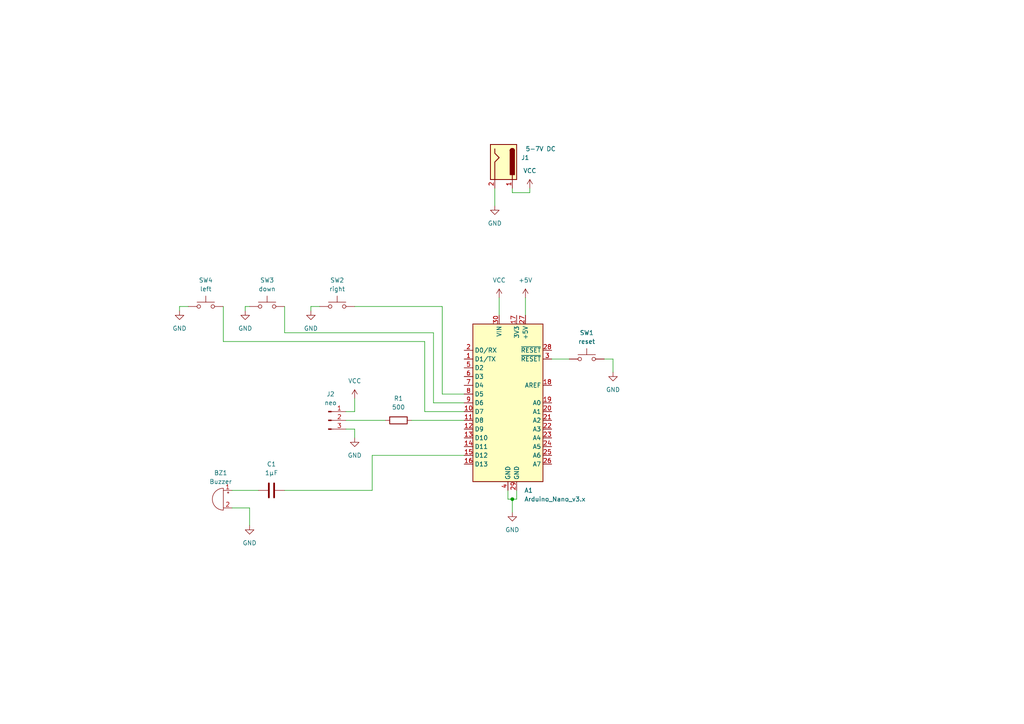
<source format=kicad_sch>
(kicad_sch (version 20230121) (generator eeschema)
  (paper "A4")
  (lib_symbols
    (symbol "Connector:Conn_01x03_Pin" (pin_names (offset 1.016) hide)
      (property "Reference" "J" (at 0 5.08 0))
      (property "Value" "Conn_01x03_Pin" (at 0 -5.08 0))
      (symbol "Conn_01x03_Pin_1_1"
        (polyline (pts (xy 1.27 -2.54) (xy 0.8636 -2.54)) (stroke (width 0.1524)))
        (polyline (pts (xy 1.27 0) (xy 0.8636 0)) (stroke (width 0.1524)))
        (polyline (pts (xy 1.27 2.54) (xy 0.8636 2.54)) (stroke (width 0.1524)))
        (rectangle (start 0.8636 -2.413) (end 0 -2.667) (stroke (width 0.1524)) (fill (type outline)))
        (rectangle (start 0.8636 0.127) (end 0 -0.127) (stroke (width 0.1524)) (fill (type outline)))
        (rectangle (start 0.8636 2.667) (end 0 2.413) (stroke (width 0.1524)) (fill (type outline)))
        (pin passive line (at 5.08 2.54 180) (length 3.81) (name "Pin_1") (number "1"))
        (pin passive line (at 5.08 0 180) (length 3.81) (name "Pin_2") (number "2"))
        (pin passive line (at 5.08 -2.54 180) (length 3.81) (name "Pin_3") (number "3"))
      )
    )
    (symbol "Connector:Jack-DC" (pin_names (offset 1.016))
      (property "Reference" "J" (at 0 5.334 0))
      (property "Value" "Jack-DC" (at 0 -5.08 0))
      (symbol "Jack-DC_0_1"
        (rectangle (start -5.08 3.81) (end 5.08 -3.81) (stroke (width 0.254)) (fill (type background)))
        (arc (start -3.302 3.175) (mid -3.9343 2.54) (end -3.302 1.905) (stroke (width 0.254)))
        (arc (start -3.302 3.175) (mid -3.9343 2.54) (end -3.302 1.905) (stroke (width 0.254)) (fill (type outline)))
        (polyline (pts (xy 5.08 2.54) (xy 3.81 2.54)) (stroke (width 0.254)))
        (polyline (pts (xy -3.81 -2.54) (xy -2.54 -2.54) (xy -1.27 -1.27) (xy 0 -2.54) (xy 2.54 -2.54) (xy 5.08 -2.54)) (stroke (width 0.254)))
        (rectangle (start 3.683 3.175) (end -3.302 1.905) (stroke (width 0.254)) (fill (type outline)))
      )
      (symbol "Jack-DC_1_1"
        (pin passive line (at 7.62 2.54 180) (length 2.54) (name "~") (number "1"))
        (pin passive line (at 7.62 -2.54 180) (length 2.54) (name "~") (number "2"))
      )
    )
    (symbol "Device:Buzzer" (pin_names (offset 0.0254) hide)
      (property "Reference" "BZ" (at 3.81 1.27 0))
      (property "Value" "Buzzer" (at 3.81 -1.27 0))
      (symbol "Buzzer_0_1"
        (arc (start 0 -3.175) (mid 3.1612 0) (end 0 3.175))
        (polyline (pts (xy -1.651 1.905) (xy -1.143 1.905)))
        (polyline (pts (xy -1.397 2.159) (xy -1.397 1.651)))
        (polyline (pts (xy 0 3.175) (xy 0 -3.175)))
      )
      (symbol "Buzzer_1_1"
        (pin passive line (at -2.54 2.54 0) (length 2.54) (name "+") (number "1"))
        (pin passive line (at -2.54 -2.54 0) (length 2.54) (name "-") (number "2"))
      )
    )
    (symbol "Device:C" (pin_numbers hide) (pin_names (offset 0.254))
      (property "Reference" "C" (at 0.635 2.54 0))
      (property "Value" "C" (at 0.635 -2.54 0))
      (symbol "C_0_1"
        (polyline (pts (xy -2.032 -0.762) (xy 2.032 -0.762)) (stroke (width 0.508)))
        (polyline (pts (xy -2.032 0.762) (xy 2.032 0.762)) (stroke (width 0.508)))
      )
      (symbol "C_1_1"
        (pin passive line (at 0 3.81 270) (length 2.794) (name "~") (number "1"))
        (pin passive line (at 0 -3.81 90) (length 2.794) (name "~") (number "2"))
      )
    )
    (symbol "Device:R" (pin_numbers hide) (pin_names (offset 0))
      (property "Reference" "R" (at 2.032 0 90))
      (property "Value" "R" (at 0 0 90))
      (symbol "R_0_1"
        (rectangle (start -1.016 -2.54) (end 1.016 2.54) (stroke (width 0.254)))
      )
      (symbol "R_1_1"
        (pin passive line (at 0 3.81 270) (length 1.27) (name "~") (number "1"))
        (pin passive line (at 0 -3.81 90) (length 1.27) (name "~") (number "2"))
      )
    )
    (symbol "MCU_Module:Arduino_Nano_v3.x"
      (property "Reference" "A" (at -10.16 23.495 0))
      (property "Value" "Arduino_Nano_v3.x" (at 5.08 -24.13 0))
      (symbol "Arduino_Nano_v3.x_0_1"
        (rectangle (start -10.16 22.86) (end 10.16 -22.86) (stroke (width 0.254)) (fill (type background)))
      )
      (symbol "Arduino_Nano_v3.x_1_1"
        (pin bidirectional line (at -12.7 12.7 0) (length 2.54) (name "D1/TX") (number "1"))
        (pin bidirectional line (at -12.7 -2.54 0) (length 2.54) (name "D7") (number "10"))
        (pin bidirectional line (at -12.7 -5.08 0) (length 2.54) (name "D8") (number "11"))
        (pin bidirectional line (at -12.7 -7.62 0) (length 2.54) (name "D9") (number "12"))
        (pin bidirectional line (at -12.7 -10.16 0) (length 2.54) (name "D10") (number "13"))
        (pin bidirectional line (at -12.7 -12.7 0) (length 2.54) (name "D11") (number "14"))
        (pin bidirectional line (at -12.7 -15.24 0) (length 2.54) (name "D12") (number "15"))
        (pin bidirectional line (at -12.7 -17.78 0) (length 2.54) (name "D13") (number "16"))
        (pin power_out line (at 2.54 25.4 270) (length 2.54) (name "3V3") (number "17"))
        (pin input line (at 12.7 5.08 180) (length 2.54) (name "AREF") (number "18"))
        (pin bidirectional line (at 12.7 0 180) (length 2.54) (name "A0") (number "19"))
        (pin bidirectional line (at -12.7 15.24 0) (length 2.54) (name "D0/RX") (number "2"))
        (pin bidirectional line (at 12.7 -2.54 180) (length 2.54) (name "A1") (number "20"))
        (pin bidirectional line (at 12.7 -5.08 180) (length 2.54) (name "A2") (number "21"))
        (pin bidirectional line (at 12.7 -7.62 180) (length 2.54) (name "A3") (number "22"))
        (pin bidirectional line (at 12.7 -10.16 180) (length 2.54) (name "A4") (number "23"))
        (pin bidirectional line (at 12.7 -12.7 180) (length 2.54) (name "A5") (number "24"))
        (pin bidirectional line (at 12.7 -15.24 180) (length 2.54) (name "A6") (number "25"))
        (pin bidirectional line (at 12.7 -17.78 180) (length 2.54) (name "A7") (number "26"))
        (pin power_out line (at 5.08 25.4 270) (length 2.54) (name "+5V") (number "27"))
        (pin input line (at 12.7 15.24 180) (length 2.54) (name "~{RESET}") (number "28"))
        (pin power_in line (at 2.54 -25.4 90) (length 2.54) (name "GND") (number "29"))
        (pin input line (at 12.7 12.7 180) (length 2.54) (name "~{RESET}") (number "3"))
        (pin power_in line (at -2.54 25.4 270) (length 2.54) (name "VIN") (number "30"))
        (pin power_in line (at 0 -25.4 90) (length 2.54) (name "GND") (number "4"))
        (pin bidirectional line (at -12.7 10.16 0) (length 2.54) (name "D2") (number "5"))
        (pin bidirectional line (at -12.7 7.62 0) (length 2.54) (name "D3") (number "6"))
        (pin bidirectional line (at -12.7 5.08 0) (length 2.54) (name "D4") (number "7"))
        (pin bidirectional line (at -12.7 2.54 0) (length 2.54) (name "D5") (number "8"))
        (pin bidirectional line (at -12.7 0 0) (length 2.54) (name "D6") (number "9"))
      )
    )
    (symbol "Switch:SW_Push" (pin_numbers hide) (pin_names (offset 1.016) hide)
      (property "Reference" "SW" (at 1.27 2.54 0))
      (property "Value" "SW_Push" (at 0 -1.524 0))
      (symbol "SW_Push_0_1"
        (circle (center -2.032 0) (radius 0.508))
        (polyline (pts (xy 0 1.27) (xy 0 3.048)))
        (polyline (pts (xy 2.54 1.27) (xy -2.54 1.27)))
        (circle (center 2.032 0) (radius 0.508))
        (pin passive line (at -5.08 0 0) (length 2.54) (name "1") (number "1"))
        (pin passive line (at 5.08 0 180) (length 2.54) (name "2") (number "2"))
      )
    )
    (symbol "power:+5V" (power) (pin_names (offset 0))
      (property "Value" "+5V" (at 0 3.556 0))
      (symbol "+5V_0_1"
        (polyline (pts (xy -0.762 1.27) (xy 0 2.54)))
        (polyline (pts (xy 0 0) (xy 0 2.54)))
        (polyline (pts (xy 0 2.54) (xy 0.762 1.27)))
      )
      (symbol "+5V_1_1"
        (pin power_in line (at 0 0 90) (length 0) hide (name "+5V") (number "1"))
      )
    )
    (symbol "power:GND" (power) (pin_names (offset 0))
      (property "Value" "GND" (at 0 -3.81 0))
      (symbol "GND_0_1"
        (polyline (pts (xy 0 0) (xy 0 -1.27) (xy 1.27 -1.27) (xy 0 -2.54) (xy -1.27 -1.27) (xy 0 -1.27)))
      )
      (symbol "GND_1_1"
        (pin power_in line (at 0 0 270) (length 0) hide (name "GND") (number "1"))
      )
    )
    (symbol "power:VCC" (power) (pin_names (offset 0))
      (property "Value" "VCC" (at 0 3.81 0))
      (symbol "VCC_0_1"
        (polyline (pts (xy -0.762 1.27) (xy 0 2.54)))
        (polyline (pts (xy 0 0) (xy 0 2.54)))
        (polyline (pts (xy 0 2.54) (xy 0.762 1.27)))
      )
      (symbol "VCC_1_1"
        (pin power_in line (at 0 0 90) (length 0) hide (name "VCC") (number "1"))
      )
    )
  )
  (junction (at 148.59 144.78))
  (wire (pts (xy 82.55 96.52) (xy 82.55 88.9)))
  (wire (pts (xy 175.26 104.14) (xy 177.8 104.14)))
  (wire (pts (xy 147.32 142.24) (xy 147.32 144.78)))
  (wire (pts (xy 148.59 55.88) (xy 153.67 55.88)))
  (wire (pts (xy 134.62 119.38) (xy 123.19 119.38)))
  (wire (pts (xy 54.61 88.9) (xy 52.07 88.9)))
  (wire (pts (xy 149.86 142.24) (xy 149.86 144.78)))
  (wire (pts (xy 144.78 86.36) (xy 144.78 91.44)))
  (wire (pts (xy 100.33 121.92) (xy 111.76 121.92)))
  (wire (pts (xy 72.39 147.32) (xy 72.39 152.4)))
  (wire (pts (xy 134.62 116.84) (xy 125.73 116.84)))
  (wire (pts (xy 102.87 124.46) (xy 102.87 127)))
  (wire (pts (xy 67.31 147.32) (xy 72.39 147.32)))
  (wire (pts (xy 128.27 88.9) (xy 102.87 88.9)))
  (wire (pts (xy 160.02 104.14) (xy 165.1 104.14)))
  (wire (pts (xy 152.4 86.36) (xy 152.4 91.44)))
  (wire (pts (xy 100.33 119.38) (xy 102.87 119.38)))
  (wire (pts (xy 102.87 119.38) (xy 102.87 115.57)))
  (wire (pts (xy 134.62 114.3) (xy 128.27 114.3)))
  (wire (pts (xy 67.31 142.24) (xy 74.93 142.24)))
  (wire (pts (xy 149.86 144.78) (xy 148.59 144.78)))
  (wire (pts (xy 123.19 119.38) (xy 123.19 99.06)))
  (wire (pts (xy 125.73 116.84) (xy 125.73 96.52)))
  (wire (pts (xy 71.12 88.9) (xy 71.12 90.17)))
  (wire (pts (xy 64.77 99.06) (xy 123.19 99.06)))
  (wire (pts (xy 72.39 88.9) (xy 71.12 88.9)))
  (wire (pts (xy 107.95 132.08) (xy 107.95 142.24)))
  (wire (pts (xy 128.27 114.3) (xy 128.27 88.9)))
  (wire (pts (xy 147.32 144.78) (xy 148.59 144.78)))
  (wire (pts (xy 92.71 88.9) (xy 90.17 88.9)))
  (wire (pts (xy 177.8 104.14) (xy 177.8 107.95)))
  (wire (pts (xy 125.73 96.52) (xy 82.55 96.52)))
  (wire (pts (xy 134.62 132.08) (xy 107.95 132.08)))
  (wire (pts (xy 107.95 142.24) (xy 82.55 142.24)))
  (wire (pts (xy 64.77 99.06) (xy 64.77 88.9)))
  (wire (pts (xy 90.17 88.9) (xy 90.17 90.17)))
  (wire (pts (xy 148.59 144.78) (xy 148.59 148.59)))
  (wire (pts (xy 153.67 55.88) (xy 153.67 54.61)))
  (wire (pts (xy 143.51 54.61) (xy 143.51 59.69)))
  (wire (pts (xy 52.07 88.9) (xy 52.07 90.17)))
  (wire (pts (xy 119.38 121.92) (xy 134.62 121.92)))
  (wire (pts (xy 100.33 124.46) (xy 102.87 124.46)))
  (wire (pts (xy 148.59 54.61) (xy 148.59 55.88)))
  (symbol (lib_id "power:GND") (at 71.12 90.17 0) (unit 1)
    (property "Reference" "#PWR04" (effects hide))
    (property "Value" "GND" (at 71.12 95.25 0))
  )
  (symbol (lib_id "power:GND") (at 143.51 59.69 0) (unit 1)
    (property "Reference" "#PWR022" (effects hide))
    (property "Value" "GND" (at 143.51 64.77 0))
  )
  (symbol (lib_id "Device:C") (at 78.74 142.24 90) (unit 1)
    (property "Reference" "C1" (at 78.74 134.62 90))
    (property "Value" "1µF" (at 78.74 137.16 90))
    (property "Footprint" "Capacitor_THT:C_Rect_L7.0mm_W2.0mm_P5.00mm" (effects hide))
  )
  (symbol (lib_id "power:GND") (at 177.8 107.95 0) (unit 1)
    (property "Reference" "#PWR021" (effects hide))
    (property "Value" "GND" (at 177.8 113.03 0))
  )
  (symbol (lib_id "power:VCC") (at 153.67 54.61 0) (unit 1)
    (property "Reference" "#PWR023" (effects hide))
    (property "Value" "VCC" (at 153.67 49.53 0))
  )
  (symbol (lib_id "Connector:Conn_01x03_Pin") (at 95.25 121.92 0) (unit 1)
    (property "Reference" "J2" (at 95.885 114.3 0))
    (property "Value" "neo" (at 95.885 116.84 0))
    (property "Footprint" "Connector_PinHeader_2.54mm:PinHeader_1x03_P2.54mm_Vertical" (effects hide))
  )
  (symbol (lib_id "power:GND") (at 102.87 127 0) (unit 1)
    (property "Reference" "#PWR01" (effects hide))
    (property "Value" "GND" (at 102.87 132.08 0))
  )
  (symbol (lib_id "Connector:Jack-DC") (at 146.05 46.99 270) (unit 1)
    (property "Reference" "J1" (at 151.13 45.72 90) (effects (justify left)))
    (property "Value" "5-7V DC" (at 152.4 43.18 90) (effects (justify left)))
    (property "Footprint" "Connector_PinHeader_2.54mm:PinHeader_1x02_P2.54mm_Vertical" (effects hide))
  )
  (symbol (lib_id "power:VCC") (at 144.78 86.36 0) (unit 1)
    (property "Reference" "#PWR011" (effects hide))
    (property "Value" "VCC" (at 144.78 81.28 0))
  )
  (symbol (lib_id "Device:R") (at 115.57 121.92 90) (unit 1)
    (property "Reference" "R1" (at 115.57 115.57 90))
    (property "Value" "500" (at 115.57 118.11 90))
    (property "Footprint" "Resistor_THT:R_Axial_DIN0207_L6.3mm_D2.5mm_P7.62mm_Horizontal" (effects hide))
  )
  (symbol (lib_id "Switch:SW_Push") (at 59.69 88.9 0) (unit 1)
    (property "Reference" "SW4" (at 59.69 81.28 0))
    (property "Value" "left" (at 59.69 83.82 0))
    (property "Footprint" "Connector_PinHeader_2.54mm:PinHeader_1x02_P2.54mm_Vertical" (effects hide))
  )
  (symbol (lib_id "power:GND") (at 52.07 90.17 0) (unit 1)
    (property "Reference" "#PWR03" (effects hide))
    (property "Value" "GND" (at 52.07 95.25 0))
  )
  (symbol (lib_id "power:GND") (at 72.39 152.4 0) (unit 1)
    (property "Reference" "#PWR06" (effects hide))
    (property "Value" "GND" (at 72.39 157.48 0))
  )
  (symbol (lib_id "power:GND") (at 148.59 148.59 0) (unit 1)
    (property "Reference" "#PWR05" (effects hide))
    (property "Value" "GND" (at 148.59 153.67 0))
  )
  (symbol (lib_id "MCU_Module:Arduino_Nano_v3.x") (at 147.32 116.84 0) (unit 1)
    (property "Reference" "A1" (at 152.0541 142.24 0) (effects (justify left)))
    (property "Value" "Arduino_Nano_v3.x" (at 152.0541 144.78 0) (effects (justify left)))
    (property "Footprint" "Module:Arduino_Nano" (effects hide))
    (property "Datasheet" "http://www.mouser.com/pdfdocs/Gravitech_Arduino_Nano3_0.pdf" (effects hide))
  )
  (symbol (lib_id "power:GND") (at 90.17 90.17 0) (unit 1)
    (property "Reference" "#PWR07" (effects hide))
    (property "Value" "GND" (at 90.17 95.25 0))
  )
  (symbol (lib_id "Device:Buzzer") (at 64.77 144.78 0) (mirror y) (unit 1)
    (property "Reference" "BZ1" (at 64.0149 137.16 0))
    (property "Value" "Buzzer" (at 64.0149 139.7 0))
    (property "Footprint" "Buzzer_Beeper:Buzzer_12x9.5RM7.6" (effects hide))
  )
  (symbol (lib_id "Switch:SW_Push") (at 170.18 104.14 0) (unit 1)
    (property "Reference" "SW1" (at 170.18 96.52 0))
    (property "Value" "reset" (at 170.18 99.06 0))
    (property "Footprint" "Connector_PinHeader_2.54mm:PinHeader_1x02_P2.54mm_Vertical" (effects hide))
  )
  (symbol (lib_id "power:+5V") (at 152.4 86.36 0) (unit 1)
    (property "Reference" "#PWR016" (effects hide))
    (property "Value" "+5V" (at 152.4 81.28 0))
  )
  (symbol (lib_id "power:VCC") (at 102.87 115.57 0) (unit 1)
    (property "Reference" "#PWR02" (effects hide))
    (property "Value" "VCC" (at 102.87 110.49 0))
  )
  (symbol (lib_id "Switch:SW_Push") (at 77.47 88.9 0) (unit 1)
    (property "Reference" "SW3" (at 77.47 81.28 0))
    (property "Value" "down" (at 77.47 83.82 0))
    (property "Footprint" "Connector_PinHeader_2.54mm:PinHeader_1x02_P2.54mm_Vertical" (effects hide))
  )
  (symbol (lib_id "Switch:SW_Push") (at 97.79 88.9 0) (unit 1)
    (property "Reference" "SW2" (at 97.79 81.28 0))
    (property "Value" "right" (at 97.79 83.82 0))
    (property "Footprint" "Connector_PinHeader_2.54mm:PinHeader_1x02_P2.54mm_Vertical" (effects hide))
  )
)
</source>
